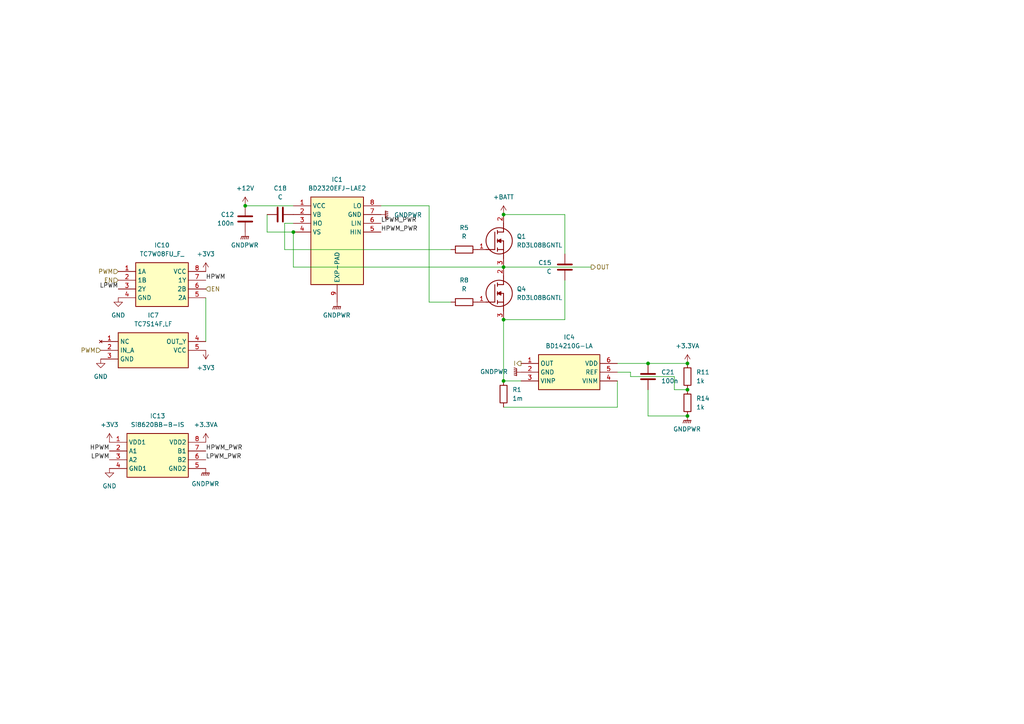
<source format=kicad_sch>
(kicad_sch (version 20230121) (generator eeschema)
  (paper "A4")
  (lib_symbols
    (symbol "BD14210G-LA:BD14210G-LA"
      (property "Reference" "IC" (at 24.13 7.62 0))
      (property "Value" "BD14210G-LA" (at 24.13 5.08 0))
      (symbol "BD14210G-LA_1_1"
        (rectangle (start 5.08 2.54) (end 22.86 -7.62) (stroke (width 0.254)) (fill (type background)))
        (pin output line (at 0 0 0) (length 5.08) (name "OUT") (number "1"))
        (pin power_in line (at 0 -2.54 0) (length 5.08) (name "GND") (number "2"))
        (pin input line (at 0 -5.08 0) (length 5.08) (name "VINP") (number "3"))
        (pin input line (at 27.94 -5.08 180) (length 5.08) (name "VINM") (number "4"))
        (pin input line (at 27.94 -2.54 180) (length 5.08) (name "REF") (number "5"))
        (pin power_in line (at 27.94 0 180) (length 5.08) (name "VDD") (number "6"))
      )
    )
    (symbol "BD2320EFJ-LAE2:BD2320EFJ-LAE2"
      (property "Reference" "IC" (at 21.59 7.62 0))
      (property "Value" "BD2320EFJ-LAE2" (at 21.59 5.08 0))
      (symbol "BD2320EFJ-LAE2_1_1"
        (rectangle (start 5.08 2.54) (end 20.32 -22.86) (stroke (width 0.254)) (fill (type background)))
        (pin passive line (at 0 0 0) (length 5.08) (name "VCC") (number "1"))
        (pin passive line (at 0 -2.54 0) (length 5.08) (name "VB") (number "2"))
        (pin passive line (at 0 -5.08 0) (length 5.08) (name "HO") (number "3"))
        (pin passive line (at 0 -7.62 0) (length 5.08) (name "VS") (number "4"))
        (pin passive line (at 25.4 -7.62 180) (length 5.08) (name "HIN") (number "5"))
        (pin passive line (at 25.4 -5.08 180) (length 5.08) (name "LIN") (number "6"))
        (pin passive line (at 25.4 -2.54 180) (length 5.08) (name "GND") (number "7"))
        (pin passive line (at 25.4 0 180) (length 5.08) (name "LO") (number "8"))
        (pin passive line (at 12.7 -27.94 90) (length 5.08) (name "EXP-PAD") (number "9"))
      )
    )
    (symbol "Device:C" (pin_numbers hide) (pin_names (offset 0.254))
      (property "Reference" "C" (at 0.635 2.54 0))
      (property "Value" "C" (at 0.635 -2.54 0))
      (symbol "C_0_1"
        (polyline (pts (xy -2.032 -0.762) (xy 2.032 -0.762)) (stroke (width 0.508)))
        (polyline (pts (xy -2.032 0.762) (xy 2.032 0.762)) (stroke (width 0.508)))
      )
      (symbol "C_1_1"
        (pin passive line (at 0 3.81 270) (length 2.794) (name "~") (number "1"))
        (pin passive line (at 0 -3.81 90) (length 2.794) (name "~") (number "2"))
      )
    )
    (symbol "Device:R" (pin_numbers hide) (pin_names (offset 0))
      (property "Reference" "R" (at 2.032 0 90))
      (property "Value" "R" (at 0 0 90))
      (symbol "R_0_1"
        (rectangle (start -1.016 -2.54) (end 1.016 2.54) (stroke (width 0.254)))
      )
      (symbol "R_1_1"
        (pin passive line (at 0 3.81 270) (length 1.27) (name "~") (number "1"))
        (pin passive line (at 0 -3.81 90) (length 1.27) (name "~") (number "2"))
      )
    )
    (symbol "RD3L08BGNTL:RD3L08BGNTL" (pin_names hide)
      (property "Reference" "Q" (at 11.43 3.81 0))
      (property "Value" "RD3L08BGNTL" (at 11.43 1.27 0))
      (symbol "RD3L08BGNTL_1_1"
        (polyline (pts (xy 2.54 0) (xy 5.08 0)) (stroke (width 0.254)))
        (polyline (pts (xy 5.08 5.08) (xy 5.08 0)) (stroke (width 0.254)))
        (polyline (pts (xy 5.842 -0.508) (xy 5.842 0.508)) (stroke (width 0.254)))
        (polyline (pts (xy 5.842 0) (xy 7.62 0)) (stroke (width 0.254)))
        (polyline (pts (xy 5.842 2.032) (xy 5.842 3.048)) (stroke (width 0.254)))
        (polyline (pts (xy 5.842 5.588) (xy 5.842 4.572)) (stroke (width 0.254)))
        (polyline (pts (xy 7.62 2.54) (xy 5.842 2.54)) (stroke (width 0.254)))
        (polyline (pts (xy 7.62 2.54) (xy 7.62 -2.54)) (stroke (width 0.254)))
        (polyline (pts (xy 7.62 5.08) (xy 5.842 5.08)) (stroke (width 0.254)))
        (polyline (pts (xy 7.62 5.08) (xy 7.62 7.62)) (stroke (width 0.254)))
        (polyline (pts (xy 5.842 2.54) (xy 6.858 3.048) (xy 6.858 2.032) (xy 5.842 2.54)) (stroke (width 0.254)) (fill (type outline)))
        (circle (center 6.35 2.54) (radius 3.81) (stroke (width 0.254)))
        (pin passive line (at 0 0 0) (length 2.54) (name "G") (number "1"))
        (pin passive line (at 7.62 10.16 270) (length 2.54) (name "D") (number "2"))
        (pin passive line (at 7.62 -5.08 90) (length 2.54) (name "S") (number "3"))
      )
    )
    (symbol "Si8620BB-B-IS:Si8620BB-B-IS"
      (property "Reference" "IC" (at 24.13 7.62 0))
      (property "Value" "Si8620BB-B-IS" (at 24.13 5.08 0))
      (symbol "Si8620BB-B-IS_1_1"
        (rectangle (start 5.08 2.54) (end 22.86 -10.16) (stroke (width 0.254)) (fill (type background)))
        (pin power_in line (at 0 0 0) (length 5.08) (name "VDD1") (number "1"))
        (pin input line (at 0 -2.54 0) (length 5.08) (name "A1") (number "2"))
        (pin input line (at 0 -5.08 0) (length 5.08) (name "A2") (number "3"))
        (pin power_in line (at 0 -7.62 0) (length 5.08) (name "GND1") (number "4"))
        (pin power_in line (at 27.94 -7.62 180) (length 5.08) (name "GND2") (number "5"))
        (pin output line (at 27.94 -5.08 180) (length 5.08) (name "B2") (number "6"))
        (pin output line (at 27.94 -2.54 180) (length 5.08) (name "B1") (number "7"))
        (pin power_in line (at 27.94 0 180) (length 5.08) (name "VDD2") (number "8"))
      )
    )
    (symbol "TC7S14F_LF:TC7S14F,LF"
      (property "Reference" "IC" (at 26.67 7.62 0))
      (property "Value" "TC7S14F,LF" (at 26.67 5.08 0))
      (symbol "TC7S14F,LF_1_1"
        (rectangle (start 5.08 2.54) (end 25.4 -7.62) (stroke (width 0.254)) (fill (type background)))
        (pin no_connect line (at 0 0 0) (length 5.08) (name "NC") (number "1"))
        (pin passive line (at 0 -2.54 0) (length 5.08) (name "IN_A") (number "2"))
        (pin passive line (at 0 -5.08 0) (length 5.08) (name "GND") (number "3"))
        (pin passive line (at 30.48 0 180) (length 5.08) (name "OUT_Y") (number "4"))
        (pin passive line (at 30.48 -2.54 180) (length 5.08) (name "VCC") (number "5"))
      )
    )
    (symbol "TC7W08FU_F_:TC7W08FU_F_"
      (property "Reference" "IC" (at 21.59 7.62 0))
      (property "Value" "TC7W08FU_F_" (at 21.59 5.08 0))
      (symbol "TC7W08FU_F__1_1"
        (rectangle (start 5.08 2.54) (end 20.32 -10.16) (stroke (width 0.254)) (fill (type background)))
        (pin input line (at 0 0 0) (length 5.08) (name "1A") (number "1"))
        (pin input line (at 0 -2.54 0) (length 5.08) (name "1B") (number "2"))
        (pin output line (at 0 -5.08 0) (length 5.08) (name "2Y") (number "3"))
        (pin power_in line (at 0 -7.62 0) (length 5.08) (name "GND") (number "4"))
        (pin input line (at 25.4 -7.62 180) (length 5.08) (name "2A") (number "5"))
        (pin input line (at 25.4 -5.08 180) (length 5.08) (name "2B") (number "6"))
        (pin output line (at 25.4 -2.54 180) (length 5.08) (name "1Y") (number "7"))
        (pin power_in line (at 25.4 0 180) (length 5.08) (name "VCC") (number "8"))
      )
    )
    (symbol "power:+12V" (power) (pin_names (offset 0))
      (property "Value" "+12V" (at 0 3.556 0))
      (symbol "+12V_0_1"
        (polyline (pts (xy -0.762 1.27) (xy 0 2.54)))
        (polyline (pts (xy 0 0) (xy 0 2.54)))
        (polyline (pts (xy 0 2.54) (xy 0.762 1.27)))
      )
      (symbol "+12V_1_1"
        (pin power_in line (at 0 0 90) (length 0) hide (name "+12V") (number "1"))
      )
    )
    (symbol "power:+3.3VA" (power) (pin_names (offset 0))
      (property "Value" "+3.3VA" (at 0 3.556 0))
      (symbol "+3.3VA_0_1"
        (polyline (pts (xy -0.762 1.27) (xy 0 2.54)))
        (polyline (pts (xy 0 0) (xy 0 2.54)))
        (polyline (pts (xy 0 2.54) (xy 0.762 1.27)))
      )
      (symbol "+3.3VA_1_1"
        (pin power_in line (at 0 0 90) (length 0) hide (name "+3.3VA") (number "1"))
      )
    )
    (symbol "power:+3V3" (power) (pin_names (offset 0))
      (property "Value" "+3V3" (at 0 3.556 0))
      (symbol "+3V3_0_1"
        (polyline (pts (xy -0.762 1.27) (xy 0 2.54)))
        (polyline (pts (xy 0 0) (xy 0 2.54)))
        (polyline (pts (xy 0 2.54) (xy 0.762 1.27)))
      )
      (symbol "+3V3_1_1"
        (pin power_in line (at 0 0 90) (length 0) hide (name "+3V3") (number "1"))
      )
    )
    (symbol "power:+BATT" (power) (pin_names (offset 0))
      (property "Value" "+BATT" (at 0 3.556 0))
      (symbol "+BATT_0_1"
        (polyline (pts (xy -0.762 1.27) (xy 0 2.54)))
        (polyline (pts (xy 0 0) (xy 0 2.54)))
        (polyline (pts (xy 0 2.54) (xy 0.762 1.27)))
      )
      (symbol "+BATT_1_1"
        (pin power_in line (at 0 0 90) (length 0) hide (name "+BATT") (number "1"))
      )
    )
    (symbol "power:GND" (power) (pin_names (offset 0))
      (property "Value" "GND" (at 0 -3.81 0))
      (symbol "GND_0_1"
        (polyline (pts (xy 0 0) (xy 0 -1.27) (xy 1.27 -1.27) (xy 0 -2.54) (xy -1.27 -1.27) (xy 0 -1.27)))
      )
      (symbol "GND_1_1"
        (pin power_in line (at 0 0 270) (length 0) hide (name "GND") (number "1"))
      )
    )
    (symbol "power:GNDPWR" (power) (pin_names (offset 0))
      (property "Value" "GNDPWR" (at 0 -3.302 0))
      (symbol "GNDPWR_0_1"
        (polyline (pts (xy 0 -1.27) (xy 0 0)))
        (polyline (pts (xy -1.016 -1.27) (xy -1.27 -2.032) (xy -1.27 -2.032)) (stroke (width 0.2032)))
        (polyline (pts (xy -0.508 -1.27) (xy -0.762 -2.032) (xy -0.762 -2.032)) (stroke (width 0.2032)))
        (polyline (pts (xy 0 -1.27) (xy -0.254 -2.032) (xy -0.254 -2.032)) (stroke (width 0.2032)))
        (polyline (pts (xy 0.508 -1.27) (xy 0.254 -2.032) (xy 0.254 -2.032)) (stroke (width 0.2032)))
        (polyline (pts (xy 1.016 -1.27) (xy -1.016 -1.27) (xy -1.016 -1.27)) (stroke (width 0.2032)))
        (polyline (pts (xy 1.016 -1.27) (xy 0.762 -2.032) (xy 0.762 -2.032) (xy 0.762 -2.032)) (stroke (width 0.2032)))
      )
      (symbol "GNDPWR_1_1"
        (pin power_in line (at 0 0 270) (length 0) hide (name "GNDPWR") (number "1"))
      )
    )
  )
  (junction (at 146.05 77.47))
  (junction (at 85.09 67.31))
  (junction (at 199.39 105.41))
  (junction (at 71.12 59.69))
  (junction (at 199.39 113.03))
  (junction (at 199.39 120.65))
  (junction (at 187.96 105.41))
  (junction (at 146.05 92.71))
  (junction (at 146.05 62.23))
  (junction (at 146.05 110.49))
  (wire (pts (xy 182.88 107.95) (xy 182.88 109.22)))
  (wire (pts (xy 85.09 64.77) (xy 82.55 64.77)))
  (wire (pts (xy 179.07 110.49) (xy 179.07 118.11)))
  (wire (pts (xy 179.07 107.95) (xy 182.88 107.95)))
  (wire (pts (xy 187.96 113.03) (xy 187.96 120.65)))
  (wire (pts (xy 146.05 77.47) (xy 171.45 77.47)))
  (wire (pts (xy 179.07 105.41) (xy 187.96 105.41)))
  (wire (pts (xy 59.69 86.36) (xy 59.69 99.06)))
  (wire (pts (xy 182.88 109.22) (xy 195.58 109.22)))
  (wire (pts (xy 195.58 109.22) (xy 195.58 113.03)))
  (wire (pts (xy 85.09 77.47) (xy 146.05 77.47)))
  (wire (pts (xy 146.05 110.49) (xy 151.13 110.49)))
  (wire (pts (xy 146.05 92.71) (xy 146.05 110.49)))
  (wire (pts (xy 146.05 92.71) (xy 163.83 92.71)))
  (wire (pts (xy 77.47 62.23) (xy 77.47 67.31)))
  (wire (pts (xy 187.96 105.41) (xy 199.39 105.41)))
  (wire (pts (xy 82.55 72.39) (xy 130.81 72.39)))
  (wire (pts (xy 71.12 59.69) (xy 85.09 59.69)))
  (wire (pts (xy 195.58 113.03) (xy 199.39 113.03)))
  (wire (pts (xy 110.49 59.69) (xy 124.46 59.69)))
  (wire (pts (xy 85.09 77.47) (xy 85.09 67.31)))
  (wire (pts (xy 82.55 64.77) (xy 82.55 72.39)))
  (wire (pts (xy 163.83 62.23) (xy 163.83 73.66)))
  (wire (pts (xy 124.46 59.69) (xy 124.46 87.63)))
  (wire (pts (xy 124.46 87.63) (xy 130.81 87.63)))
  (wire (pts (xy 146.05 62.23) (xy 163.83 62.23)))
  (wire (pts (xy 187.96 120.65) (xy 199.39 120.65)))
  (wire (pts (xy 77.47 67.31) (xy 85.09 67.31)))
  (wire (pts (xy 179.07 118.11) (xy 146.05 118.11)))
  (wire (pts (xy 163.83 92.71) (xy 163.83 81.28)))
  (label "HPWM" (at 31.75 130.81 180))
  (label "HPWM" (at 59.69 81.28 0))
  (label "LPWM" (at 34.29 83.82 180))
  (label "LPWM" (at 31.75 133.35 180))
  (label "HPWM_PWR" (at 59.69 130.81 0))
  (label "LPWM_PWR" (at 59.69 133.35 0))
  (label "HPWM_PWR" (at 110.49 67.31 0))
  (label "LPWM_PWR" (at 110.49 64.77 0))
  (hierarchical_label "PWM" (shape input) (at 29.21 101.6 180))
  (hierarchical_label "EN" (shape input) (at 59.69 83.82 0))
  (hierarchical_label "OUT" (shape output) (at 171.45 77.47 0))
  (hierarchical_label "EN" (shape input) (at 34.29 81.28 180))
  (hierarchical_label "I" (shape output) (at 151.13 105.41 180))
  (hierarchical_label "PWM" (shape input) (at 34.29 78.74 180))
  (symbol (lib_id "Device:R") (at 134.62 72.39 90) (unit 1)
    (property "Reference" "R5" (at 134.62 66.04 90))
    (property "Value" "R" (at 134.62 68.58 90))
    (instances (project "blmd_hardware" (path "" (reference "R5") (unit 1)) (path "" (reference "R6") (unit 1)) (path "" (reference "R7") (unit 1))))
  )
  (symbol (lib_id "Device:C") (at 187.96 109.22 0) (unit 1)
    (property "Reference" "C21" (at 191.77 107.95 0) (effects (justify left)))
    (property "Value" "100n" (at 191.77 110.49 0) (effects (justify left)))
    (instances (project "blmd_hardware" (path "" (reference "C21") (unit 1)) (path "" (reference "C22") (unit 1)) (path "" (reference "C23") (unit 1))))
  )
  (symbol (lib_id "Device:R") (at 199.39 109.22 180) (unit 1)
    (property "Reference" "R11" (at 201.93 107.95 0) (effects (justify right)))
    (property "Value" "1k" (at 201.93 110.49 0) (effects (justify right)))
    (instances (project "blmd_hardware" (path "" (reference "R11") (unit 1)) (path "" (reference "R12") (unit 1)) (path "" (reference "R13") (unit 1))))
  )
  (symbol (lib_id "power:GND") (at 34.29 86.36 0) (unit 1)
    (property "Reference" "#PWR025" (effects hide))
    (property "Value" "GND" (at 34.29 91.44 0))
    (instances (project "blmd_hardware" (path "" (reference "#PWR025") (unit 1)) (path "" (reference "#PWR026") (unit 1)) (path "" (reference "#PWR027") (unit 1))))
  )
  (symbol (lib_id "Device:C") (at 81.28 62.23 90) (unit 1)
    (property "Reference" "C18" (at 81.28 54.61 90))
    (property "Value" "C" (at 81.28 57.15 90))
    (instances (project "blmd_hardware" (path "" (reference "C18") (unit 1)) (path "" (reference "C19") (unit 1)) (path "" (reference "C20") (unit 1))))
  )
  (symbol (lib_id "Si8620BB-B-IS:Si8620BB-B-IS") (at 31.75 128.27 0) (unit 1)
    (property "Reference" "IC13" (at 45.72 120.65 0))
    (property "Value" "Si8620BB-B-IS" (at 45.72 123.19 0))
    (property "Footprint" "SOIC127P600X175-8N" (effects hide))
    (property "Datasheet" "http://uk.rs-online.com/web/p/products/8232189P" (effects hide))
    (property "Height" "1.75" (effects hide))
    (property "RS Part Number" "8232189P" (effects hide))
    (property "RS Price/Stock" "http://uk.rs-online.com/web/p/products/8232189P" (effects hide))
    (property "Manufacturer_Name" "Silicon Labs" (effects hide))
    (property "Manufacturer_Part_Number" "Si8620BB-B-IS" (effects hide))
    (instances (project "blmd_hardware" (path "" (reference "IC13") (unit 1)) (path "" (reference "IC14") (unit 1)) (path "" (reference "IC15") (unit 1))))
  )
  (symbol (lib_id "power:GNDPWR") (at 71.12 67.31 0) (unit 1)
    (property "Reference" "#PWR061" (effects hide))
    (property "Value" "GNDPWR" (at 70.993 71.12 0))
    (instances (project "blmd_hardware" (path "" (reference "#PWR061") (unit 1)) (path "" (reference "#PWR062") (unit 1)) (path "" (reference "#PWR063") (unit 1))))
  )
  (symbol (lib_id "RD3L08BGNTL:RD3L08BGNTL") (at 138.43 87.63 0) (unit 1)
    (property "Reference" "Q4" (at 149.86 83.82 0) (effects (justify left)))
    (property "Value" "RD3L08BGNTL" (at 149.86 86.36 0) (effects (justify left)))
    (property "Footprint" "RD3P175SNFRATL" (effects hide))
    (property "Datasheet" "https://fscdn.rohm.com/en/products/databook/datasheet/discrete/transistor/mosfet/rd3l08bgntl-e.pdf" (effects hide))
    (property "Manufacturer_Name" "ROHM Semiconductor" (effects hide))
    (property "Manufacturer_Part_Number" "RD3L08BGNTL" (effects hide))
    (property "Mouser Part Number" "755-RD3L08BGNTL" (effects hide))
    (property "Mouser Price/Stock" "https://www.mouser.co.uk/ProductDetail/ROHM-Semiconductor/RD3L08BGNTL?qs=%252BEew9%252B0nqrCrq9eF84EmYg%3D%3D" (effects hide))
    (instances (project "blmd_hardware" (path "" (reference "Q4") (unit 1)) (path "" (reference "Q5") (unit 1)) (path "" (reference "Q6") (unit 1))))
  )
  (symbol (lib_id "power:+3V3") (at 31.75 128.27 0) (unit 1)
    (property "Reference" "#PWR016" (effects hide))
    (property "Value" "+3V3" (at 31.75 123.19 0))
    (instances (project "blmd_hardware" (path "" (reference "#PWR016") (unit 1)) (path "" (reference "#PWR041") (unit 1)) (path "" (reference "#PWR042") (unit 1))))
  )
  (symbol (lib_id "RD3L08BGNTL:RD3L08BGNTL") (at 138.43 72.39 0) (unit 1)
    (property "Reference" "Q1" (at 149.86 68.58 0) (effects (justify left)))
    (property "Value" "RD3L08BGNTL" (at 149.86 71.12 0) (effects (justify left)))
    (property "Footprint" "RD3P175SNFRATL" (effects hide))
    (property "Datasheet" "https://fscdn.rohm.com/en/products/databook/datasheet/discrete/transistor/mosfet/rd3l08bgntl-e.pdf" (effects hide))
    (property "Manufacturer_Name" "ROHM Semiconductor" (effects hide))
    (property "Manufacturer_Part_Number" "RD3L08BGNTL" (effects hide))
    (property "Mouser Part Number" "755-RD3L08BGNTL" (effects hide))
    (property "Mouser Price/Stock" "https://www.mouser.co.uk/ProductDetail/ROHM-Semiconductor/RD3L08BGNTL?qs=%252BEew9%252B0nqrCrq9eF84EmYg%3D%3D" (effects hide))
    (instances (project "blmd_hardware" (path "" (reference "Q1") (unit 1)) (path "" (reference "Q2") (unit 1)) (path "" (reference "Q3") (unit 1))))
  )
  (symbol (lib_id "BD2320EFJ-LAE2:BD2320EFJ-LAE2") (at 85.09 59.69 0) (unit 1)
    (property "Reference" "IC1" (at 97.79 52.07 0))
    (property "Value" "BD2320EFJ-LAE2" (at 97.79 54.61 0))
    (property "Footprint" "SOIC127P600X100-9N" (effects hide))
    (property "Datasheet" "https://fscdn.rohm.com/en/products/databook/datasheet/ic/power/gate_driver/bd2320efj-la-e.pdf" (effects hide))
    (property "Height" "1" (effects hide))
    (property "Manufacturer_Name" "ROHM Semiconductor" (effects hide))
    (property "Manufacturer_Part_Number" "BD2320EFJ-LAE2" (effects hide))
    (instances (project "blmd_hardware" (path "" (reference "IC1") (unit 1)) (path "" (reference "IC2") (unit 1)) (path "" (reference "IC3") (unit 1))))
  )
  (symbol (lib_id "power:+3V3") (at 59.69 78.74 0) (unit 1)
    (property "Reference" "#PWR028" (effects hide))
    (property "Value" "+3V3" (at 59.69 73.66 0))
    (instances (project "blmd_hardware" (path "" (reference "#PWR028") (unit 1)) (path "" (reference "#PWR029") (unit 1)) (path "" (reference "#PWR030") (unit 1))))
  )
  (symbol (lib_id "Device:R") (at 199.39 116.84 180) (unit 1)
    (property "Reference" "R14" (at 201.93 115.57 0) (effects (justify right)))
    (property "Value" "1k" (at 201.93 118.11 0) (effects (justify right)))
    (instances (project "blmd_hardware" (path "" (reference "R14") (unit 1)) (path "" (reference "R15") (unit 1)) (path "" (reference "R16") (unit 1))))
  )
  (symbol (lib_id "TC7S14F_LF:TC7S14F,LF") (at 29.21 99.06 0) (unit 1)
    (property "Reference" "IC7" (at 44.45 91.44 0))
    (property "Value" "TC7S14F,LF" (at 44.45 93.98 0))
    (property "Footprint" "SOT95P275X140-5N" (effects hide))
    (property "Datasheet" "https://www.arrow.com/en/products/tc7s14flf/toshiba" (effects hide))
    (property "Height" "1.4" (effects hide))
    (property "Manufacturer_Name" "Toshiba" (effects hide))
    (property "Manufacturer_Part_Number" "TC7S14F,LF" (effects hide))
    (instances (project "blmd_hardware" (path "" (reference "IC7") (unit 1)) (path "" (reference "IC8") (unit 1)) (path "" (reference "IC9") (unit 1))))
  )
  (symbol (lib_id "power:+BATT") (at 146.05 62.23 0) (unit 1)
    (property "Reference" "#PWR064" (effects hide))
    (property "Value" "+BATT" (at 146.05 57.15 0))
    (instances (project "blmd_hardware" (path "" (reference "#PWR064") (unit 1)) (path "" (reference "#PWR065") (unit 1)) (path "" (reference "#PWR066") (unit 1))))
  )
  (symbol (lib_id "power:GNDPWR") (at 97.79 87.63 0) (unit 1)
    (property "Reference" "#PWR052" (effects hide))
    (property "Value" "GNDPWR" (at 97.663 91.44 0))
    (instances (project "blmd_hardware" (path "" (reference "#PWR052") (unit 1)) (path "" (reference "#PWR053") (unit 1)) (path "" (reference "#PWR054") (unit 1))))
  )
  (symbol (lib_id "power:+3.3VA") (at 199.39 105.41 0) (unit 1)
    (property "Reference" "#PWR070" (effects hide))
    (property "Value" "+3.3VA" (at 199.39 100.33 0))
    (instances (project "blmd_hardware" (path "" (reference "#PWR070") (unit 1)) (path "" (reference "#PWR071") (unit 1)) (path "" (reference "#PWR072") (unit 1))))
  )
  (symbol (lib_id "Device:C") (at 163.83 77.47 0) (mirror y) (unit 1)
    (property "Reference" "C15" (at 160.02 76.2 0) (effects (justify left)))
    (property "Value" "C" (at 160.02 78.74 0) (effects (justify left)))
    (instances (project "blmd_hardware" (path "" (reference "C15") (unit 1)) (path "" (reference "C16") (unit 1)) (path "" (reference "C17") (unit 1))))
  )
  (symbol (lib_id "power:GNDPWR") (at 151.13 107.95 270) (unit 1)
    (property "Reference" "#PWR067" (effects hide))
    (property "Value" "GNDPWR" (at 147.32 107.823 90) (effects (justify right)))
    (instances (project "blmd_hardware" (path "" (reference "#PWR067") (unit 1)) (path "" (reference "#PWR068") (unit 1)) (path "" (reference "#PWR069") (unit 1))))
  )
  (symbol (lib_id "BD14210G-LA:BD14210G-LA") (at 151.13 105.41 0) (unit 1)
    (property "Reference" "IC4" (at 165.1 97.79 0))
    (property "Value" "BD14210G-LA" (at 165.1 100.33 0))
    (property "Footprint" "SOP95P280X125-6N" (effects hide))
    (property "Datasheet" "https://fscdn.rohm.com/en/products/databook/datasheet/ic/sensor/current_sensor/bd14210g-la-e.pdf" (effects hide))
    (property "Height" "1.25" (effects hide))
    (property "Manufacturer_Name" "ROHM Semiconductor" (effects hide))
    (property "Manufacturer_Part_Number" "BD14210G-LA" (effects hide))
    (instances (project "blmd_hardware" (path "" (reference "IC4") (unit 1)) (path "" (reference "IC5") (unit 1)) (path "" (reference "IC6") (unit 1))))
  )
  (symbol (lib_id "power:+3.3VA") (at 59.69 128.27 0) (unit 1)
    (property "Reference" "#PWR046" (effects hide))
    (property "Value" "+3.3VA" (at 59.69 123.19 0))
    (instances (project "blmd_hardware" (path "" (reference "#PWR046") (unit 1)) (path "" (reference "#PWR047") (unit 1)) (path "" (reference "#PWR048") (unit 1))))
  )
  (symbol (lib_id "Device:R") (at 134.62 87.63 90) (unit 1)
    (property "Reference" "R8" (at 134.62 81.28 90))
    (property "Value" "R" (at 134.62 83.82 90))
    (instances (project "blmd_hardware" (path "" (reference "R8") (unit 1)) (path "" (reference "R9") (unit 1)) (path "" (reference "R10") (unit 1))))
  )
  (symbol (lib_id "power:GND") (at 31.75 135.89 0) (unit 1)
    (property "Reference" "#PWR043" (effects hide))
    (property "Value" "GND" (at 31.75 140.97 0))
    (instances (project "blmd_hardware" (path "" (reference "#PWR043") (unit 1)) (path "" (reference "#PWR044") (unit 1)) (path "" (reference "#PWR045") (unit 1))))
  )
  (symbol (lib_id "power:GND") (at 29.21 104.14 0) (unit 1)
    (property "Reference" "#PWR022" (effects hide))
    (property "Value" "GND" (at 29.21 109.22 0))
    (instances (project "blmd_hardware" (path "" (reference "#PWR022") (unit 1)) (path "" (reference "#PWR023") (unit 1)) (path "" (reference "#PWR024") (unit 1))))
  )
  (symbol (lib_id "Device:R") (at 146.05 114.3 0) (unit 1)
    (property "Reference" "R1" (at 148.59 113.03 0) (effects (justify left)))
    (property "Value" "1m" (at 148.59 115.57 0) (effects (justify left)))
    (instances (project "blmd_hardware" (path "" (reference "R1") (unit 1)) (path "" (reference "R2") (unit 1)) (path "" (reference "R3") (unit 1))))
  )
  (symbol (lib_id "power:+3V3") (at 59.69 101.6 180) (unit 1)
    (property "Reference" "#PWR019" (effects hide))
    (property "Value" "+3V3" (at 59.69 106.68 0))
    (instances (project "blmd_hardware" (path "" (reference "#PWR019") (unit 1)) (path "" (reference "#PWR020") (unit 1)) (path "" (reference "#PWR021") (unit 1))))
  )
  (symbol (lib_id "power:GNDPWR") (at 199.39 120.65 0) (unit 1)
    (property "Reference" "#PWR073" (effects hide))
    (property "Value" "GNDPWR" (at 199.263 124.46 0))
    (instances (project "blmd_hardware" (path "" (reference "#PWR073") (unit 1)) (path "" (reference "#PWR074") (unit 1)) (path "" (reference "#PWR075") (unit 1))))
  )
  (symbol (lib_id "Device:C") (at 71.12 63.5 0) (mirror x) (unit 1)
    (property "Reference" "C12" (at 67.945 62.23 0) (effects (justify right)))
    (property "Value" "100n" (at 67.945 64.77 0) (effects (justify right)))
    (instances (project "blmd_hardware" (path "" (reference "C12") (unit 1)) (path "" (reference "C13") (unit 1)) (path "" (reference "C14") (unit 1))))
  )
  (symbol (lib_id "power:+12V") (at 71.12 59.69 0) (unit 1)
    (property "Reference" "#PWR058" (effects hide))
    (property "Value" "+12V" (at 71.12 54.61 0))
    (instances (project "blmd_hardware" (path "" (reference "#PWR058") (unit 1)) (path "" (reference "#PWR059") (unit 1)) (path "" (reference "#PWR060") (unit 1))))
  )
  (symbol (lib_id "power:GNDPWR") (at 59.69 135.89 0) (unit 1)
    (property "Reference" "#PWR049" (effects hide))
    (property "Value" "GNDPWR" (at 59.563 140.335 0))
    (instances (project "blmd_hardware" (path "" (reference "#PWR049") (unit 1)) (path "" (reference "#PWR050") (unit 1)) (path "" (reference "#PWR051") (unit 1))))
  )
  (symbol (lib_id "TC7W08FU_F_:TC7W08FU_F_") (at 34.29 78.74 0) (unit 1)
    (property "Reference" "IC10" (at 46.99 71.12 0))
    (property "Value" "TC7W08FU_F_" (at 46.99 73.66 0))
    (property "Footprint" "SOP65P400X120-8N" (effects hide))
    (property "Datasheet" "http://uk.rs-online.com/web/p/products/5407210" (effects hide))
    (property "Height" "1.2" (effects hide))
    (property "RS Part Number" "5407210" (effects hide))
    (property "RS Price/Stock" "http://uk.rs-online.com/web/p/products/5407210" (effects hide))
    (property "Manufacturer_Name" "Toshiba" (effects hide))
    (property "Manufacturer_Part_Number" "TC7W08FU(F)" (effects hide))
    (instances (project "blmd_hardware" (path "" (reference "IC10") (unit 1)) (path "" (reference "IC11") (unit 1)) (path "" (reference "IC12") (unit 1))))
  )
  (symbol (lib_id "power:GNDPWR") (at 110.49 62.23 90) (unit 1)
    (property "Reference" "#PWR055" (effects hide))
    (property "Value" "GNDPWR" (at 114.3 62.357 90) (effects (justify right)))
    (instances (project "blmd_hardware" (path "" (reference "#PWR055") (unit 1)) (path "" (reference "#PWR056") (unit 1)) (path "" (reference "#PWR057") (unit 1))))
  )
)
</source>
